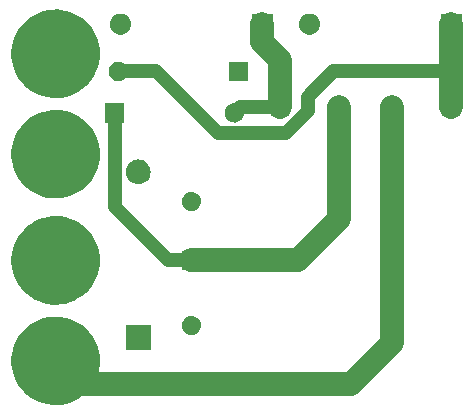
<source format=gbr>
%TF.GenerationSoftware,KiCad,Pcbnew,(5.99.0-8784-g9769da3804)*%
%TF.CreationDate,2021-02-02T16:43:26+01:00*%
%TF.ProjectId,SMPS Inline Filter with M3 holes - YGL92S-A,534d5053-2049-46e6-9c69-6e652046696c,rev?*%
%TF.SameCoordinates,Original*%
%TF.FileFunction,Copper,L1,Top*%
%TF.FilePolarity,Positive*%
%FSLAX46Y46*%
G04 Gerber Fmt 4.6, Leading zero omitted, Abs format (unit mm)*
G04 Created by KiCad (PCBNEW (5.99.0-8784-g9769da3804)) date 2021-02-02 16:43:26*
%MOMM*%
%LPD*%
G01*
G04 APERTURE LIST*
%TA.AperFunction,NonConductor*%
%ADD10C,0.000000*%
%TD*%
%TA.AperFunction,ViaPad*%
%ADD11C,0.889010*%
%TD*%
%TA.AperFunction,ViaPad*%
%ADD12C,1.193810*%
%TD*%
%TA.AperFunction,ViaPad*%
%ADD13C,0.812810*%
%TD*%
%TA.AperFunction,ViaPad*%
%ADD14C,1.397010*%
%TD*%
%TA.AperFunction,ViaPad*%
%ADD15C,2.387610*%
%TD*%
%TA.AperFunction,ViaPad*%
%ADD16C,0.787410*%
%TD*%
%TA.AperFunction,Conductor*%
%ADD17C,1.200000*%
%TD*%
%TA.AperFunction,Conductor*%
%ADD18C,2.000000*%
%TD*%
G04 APERTURE END LIST*
D10*
G36*
X145865345Y-109075000D02*
G01*
X144265345Y-109075000D01*
X144265345Y-107475000D01*
X145865345Y-107475000D01*
X145865345Y-109075000D01*
G37*
G36*
X145865345Y-119575000D02*
G01*
X144265345Y-119575000D01*
X144265345Y-117975000D01*
X145865345Y-117975000D01*
X145865345Y-119575000D01*
G37*
G36*
X148941785Y-94978380D02*
G01*
X149107795Y-95043440D01*
X149255965Y-95142630D01*
X149379385Y-95271330D01*
X149472275Y-95423520D01*
X149530335Y-95592110D01*
X149550825Y-95769240D01*
X149550845Y-95775000D01*
X149531585Y-95952260D01*
X149474715Y-96121260D01*
X149382885Y-96274100D01*
X149260365Y-96403650D01*
X149112895Y-96503870D01*
X148947335Y-96570090D01*
X148771425Y-96599210D01*
X148593365Y-96589880D01*
X148421455Y-96542530D01*
X148263735Y-96459370D01*
X148127545Y-96344280D01*
X148019245Y-96202630D01*
X147943885Y-96041030D01*
X147904985Y-95867020D01*
X147904365Y-95688710D01*
X147942045Y-95514430D01*
X148016275Y-95352310D01*
X148123585Y-95209910D01*
X148258965Y-95093870D01*
X148416105Y-95009610D01*
X148587675Y-94961060D01*
X148765675Y-94950490D01*
X148941785Y-94978380D01*
G37*
G36*
X141615345Y-115825000D02*
G01*
X139515345Y-115825000D01*
X139515345Y-113725000D01*
X141615345Y-113725000D01*
X141615345Y-115825000D01*
G37*
G36*
X157686545Y-94534860D02*
G01*
X157853565Y-94582590D01*
X158005125Y-94667470D01*
X158133095Y-94784930D01*
X158230605Y-94928690D01*
X158292425Y-95091020D01*
X158315255Y-95263220D01*
X158315345Y-95275000D01*
X158295225Y-95447540D01*
X158235965Y-95610820D01*
X158140715Y-95756090D01*
X158014615Y-95875550D01*
X157864405Y-95962800D01*
X157698155Y-96013150D01*
X157524785Y-96023900D01*
X157353585Y-95994490D01*
X157193755Y-95926470D01*
X157053845Y-95823520D01*
X156941375Y-95691130D01*
X156862385Y-95536430D01*
X156821095Y-95367700D01*
X156819735Y-95194000D01*
X156858365Y-95024640D01*
X156934925Y-94868720D01*
X157045295Y-94734590D01*
X157183565Y-94629440D01*
X157342315Y-94558930D01*
X157513025Y-94526830D01*
X157686545Y-94534860D01*
G37*
G36*
X134041835Y-95555400D02*
G01*
X134421665Y-95624080D01*
X134792415Y-95731440D01*
X135150165Y-95876350D01*
X135491125Y-96057260D01*
X135811685Y-96272260D01*
X136108445Y-96519070D01*
X136378265Y-96795080D01*
X136618275Y-97097360D01*
X136825955Y-97422720D01*
X136999075Y-97767700D01*
X137135835Y-98128640D01*
X137234755Y-98501730D01*
X137294805Y-98883020D01*
X137315335Y-99268460D01*
X137315345Y-99275000D01*
X137295485Y-99660470D01*
X137236095Y-100041860D01*
X137137825Y-100415120D01*
X137001705Y-100776310D01*
X136829175Y-101121590D01*
X136622075Y-101447300D01*
X136382585Y-101750010D01*
X136113245Y-102026490D01*
X135816925Y-102273820D01*
X135496735Y-102489380D01*
X135156095Y-102670880D01*
X134798595Y-102816410D01*
X134428035Y-102924420D01*
X134048325Y-102993770D01*
X133663505Y-103023710D01*
X133277645Y-103013950D01*
X132894835Y-102964570D01*
X132519125Y-102876100D01*
X132154505Y-102749480D01*
X131804825Y-102586050D01*
X131473805Y-102387550D01*
X131164935Y-102156060D01*
X130881495Y-101894060D01*
X130626495Y-101604300D01*
X130402625Y-101289870D01*
X130212265Y-100954100D01*
X130057425Y-100600530D01*
X129939755Y-100232920D01*
X129860495Y-99855160D01*
X129820485Y-99471260D01*
X129820145Y-99085280D01*
X129859485Y-98701300D01*
X129938095Y-98323410D01*
X130055125Y-97955590D01*
X130209345Y-97601760D01*
X130399115Y-97265650D01*
X130622435Y-96950830D01*
X130876935Y-96660630D01*
X131159905Y-96398130D01*
X131468375Y-96166110D01*
X131799055Y-95967020D01*
X132148445Y-95802990D01*
X132512845Y-95675730D01*
X132888395Y-95586610D01*
X133271125Y-95536560D01*
X133656965Y-95526120D01*
X134041835Y-95555400D01*
G37*
G36*
X155343465Y-87419050D02*
G01*
X155515345Y-87495580D01*
X155667565Y-87606170D01*
X155793465Y-87745990D01*
X155887535Y-87908940D01*
X155945675Y-88087880D01*
X155965345Y-88275000D01*
X155945675Y-88462120D01*
X155887535Y-88641060D01*
X155793465Y-88804010D01*
X155667565Y-88943830D01*
X155515345Y-89054420D01*
X155343465Y-89130950D01*
X155159425Y-89170070D01*
X154971265Y-89170070D01*
X154787225Y-89130950D01*
X154615345Y-89054420D01*
X154463125Y-88943830D01*
X154337225Y-88804010D01*
X154243155Y-88641060D01*
X154185015Y-88462120D01*
X154165345Y-88275000D01*
X154185015Y-88087880D01*
X154243155Y-87908940D01*
X154337225Y-87745990D01*
X154463125Y-87606170D01*
X154615345Y-87495580D01*
X154787225Y-87419050D01*
X154971265Y-87379930D01*
X155159425Y-87379930D01*
X155343465Y-87419050D01*
G37*
G36*
X162186545Y-94534860D02*
G01*
X162353565Y-94582590D01*
X162505125Y-94667470D01*
X162633095Y-94784930D01*
X162730605Y-94928690D01*
X162792425Y-95091020D01*
X162815255Y-95263220D01*
X162815345Y-95275000D01*
X162795225Y-95447540D01*
X162735965Y-95610820D01*
X162640715Y-95756090D01*
X162514615Y-95875550D01*
X162364405Y-95962800D01*
X162198155Y-96013150D01*
X162024785Y-96023900D01*
X161853585Y-95994490D01*
X161693755Y-95926470D01*
X161553845Y-95823520D01*
X161441375Y-95691130D01*
X161362385Y-95536430D01*
X161321095Y-95367700D01*
X161319735Y-95194000D01*
X161358365Y-95024640D01*
X161434925Y-94868720D01*
X161545295Y-94734590D01*
X161683565Y-94629440D01*
X161842315Y-94558930D01*
X162013025Y-94526830D01*
X162186545Y-94534860D01*
G37*
G36*
X153315345Y-96025000D02*
G01*
X151815345Y-96025000D01*
X151815345Y-94525000D01*
X153315345Y-94525000D01*
X153315345Y-96025000D01*
G37*
G36*
X167965345Y-89175000D02*
G01*
X166165345Y-89175000D01*
X166165345Y-87375000D01*
X167965345Y-87375000D01*
X167965345Y-89175000D01*
G37*
G36*
X134041835Y-87055400D02*
G01*
X134421665Y-87124080D01*
X134792415Y-87231440D01*
X135150165Y-87376350D01*
X135491125Y-87557260D01*
X135811685Y-87772260D01*
X136108445Y-88019070D01*
X136378265Y-88295080D01*
X136618275Y-88597360D01*
X136825955Y-88922720D01*
X136999075Y-89267700D01*
X137135835Y-89628640D01*
X137234755Y-90001730D01*
X137294805Y-90383020D01*
X137315335Y-90768460D01*
X137315345Y-90775000D01*
X137295485Y-91160470D01*
X137236095Y-91541860D01*
X137137825Y-91915120D01*
X137001705Y-92276310D01*
X136829175Y-92621590D01*
X136622075Y-92947300D01*
X136382585Y-93250010D01*
X136113245Y-93526490D01*
X135816925Y-93773820D01*
X135496735Y-93989380D01*
X135156095Y-94170880D01*
X134798595Y-94316410D01*
X134428035Y-94424420D01*
X134048325Y-94493770D01*
X133663505Y-94523710D01*
X133277645Y-94513950D01*
X132894835Y-94464570D01*
X132519125Y-94376100D01*
X132154505Y-94249480D01*
X131804825Y-94086050D01*
X131473805Y-93887550D01*
X131164935Y-93656060D01*
X130881495Y-93394060D01*
X130626495Y-93104300D01*
X130402625Y-92789870D01*
X130212265Y-92454100D01*
X130057425Y-92100530D01*
X129939755Y-91732920D01*
X129860495Y-91355160D01*
X129820485Y-90971260D01*
X129820145Y-90585280D01*
X129859485Y-90201300D01*
X129938095Y-89823410D01*
X130055125Y-89455590D01*
X130209345Y-89101760D01*
X130399115Y-88765650D01*
X130622435Y-88450830D01*
X130876935Y-88160630D01*
X131159905Y-87898130D01*
X131468375Y-87666110D01*
X131799055Y-87467020D01*
X132148445Y-87302990D01*
X132512845Y-87175730D01*
X132888395Y-87086610D01*
X133271125Y-87036560D01*
X133656965Y-87026120D01*
X134041835Y-87055400D01*
G37*
G36*
X145226205Y-102491340D02*
G01*
X145395825Y-102546450D01*
X145549025Y-102637780D01*
X145678185Y-102760770D01*
X145776875Y-102909320D01*
X145840215Y-103076050D01*
X145865035Y-103252660D01*
X145865345Y-103275000D01*
X145845465Y-103452240D01*
X145786815Y-103620670D01*
X145692295Y-103771920D01*
X145566625Y-103898470D01*
X145416045Y-103994040D01*
X145248025Y-104053860D01*
X145070935Y-104074980D01*
X144893555Y-104056340D01*
X144724725Y-103998860D01*
X144572815Y-103905410D01*
X144445385Y-103780620D01*
X144348775Y-103630710D01*
X144287775Y-103463110D01*
X144265425Y-103286170D01*
X144282825Y-103108670D01*
X144339125Y-102939440D01*
X144431515Y-102786880D01*
X144555405Y-102658590D01*
X144704645Y-102560930D01*
X144871805Y-102498760D01*
X145048595Y-102475180D01*
X145226205Y-102491340D01*
G37*
G36*
X134041835Y-113055400D02*
G01*
X134421665Y-113124080D01*
X134792415Y-113231440D01*
X135150165Y-113376350D01*
X135491125Y-113557260D01*
X135811685Y-113772260D01*
X136108445Y-114019070D01*
X136378265Y-114295080D01*
X136618275Y-114597360D01*
X136825955Y-114922720D01*
X136999075Y-115267700D01*
X137135835Y-115628640D01*
X137234755Y-116001730D01*
X137294805Y-116383020D01*
X137315335Y-116768460D01*
X137315345Y-116775000D01*
X137295485Y-117160470D01*
X137236095Y-117541860D01*
X137137825Y-117915120D01*
X137001705Y-118276310D01*
X136829175Y-118621590D01*
X136622075Y-118947300D01*
X136382585Y-119250010D01*
X136113245Y-119526490D01*
X135816925Y-119773820D01*
X135496735Y-119989380D01*
X135156095Y-120170880D01*
X134798595Y-120316410D01*
X134428035Y-120424420D01*
X134048325Y-120493770D01*
X133663505Y-120523710D01*
X133277645Y-120513950D01*
X132894835Y-120464570D01*
X132519125Y-120376100D01*
X132154505Y-120249480D01*
X131804825Y-120086050D01*
X131473805Y-119887550D01*
X131164935Y-119656060D01*
X130881495Y-119394060D01*
X130626495Y-119104300D01*
X130402625Y-118789870D01*
X130212265Y-118454100D01*
X130057425Y-118100530D01*
X129939755Y-117732920D01*
X129860495Y-117355160D01*
X129820485Y-116971260D01*
X129820145Y-116585280D01*
X129859485Y-116201300D01*
X129938095Y-115823410D01*
X130055125Y-115455590D01*
X130209345Y-115101760D01*
X130399115Y-114765650D01*
X130622435Y-114450830D01*
X130876935Y-114160630D01*
X131159905Y-113898130D01*
X131468375Y-113666110D01*
X131799055Y-113467020D01*
X132148445Y-113302990D01*
X132512845Y-113175730D01*
X132888395Y-113086610D01*
X133271125Y-113036560D01*
X133656965Y-113026120D01*
X134041835Y-113055400D01*
G37*
G36*
X139121785Y-91478380D02*
G01*
X139287795Y-91543440D01*
X139435965Y-91642630D01*
X139559385Y-91771330D01*
X139652275Y-91923520D01*
X139710335Y-92092110D01*
X139730825Y-92269240D01*
X139730845Y-92275000D01*
X139711585Y-92452260D01*
X139654715Y-92621260D01*
X139562885Y-92774100D01*
X139440365Y-92903650D01*
X139292895Y-93003870D01*
X139127335Y-93070090D01*
X138951425Y-93099210D01*
X138773365Y-93089880D01*
X138601455Y-93042530D01*
X138443735Y-92959370D01*
X138307545Y-92844280D01*
X138199245Y-92702630D01*
X138123885Y-92541030D01*
X138084985Y-92367020D01*
X138084365Y-92188710D01*
X138122045Y-92014430D01*
X138196275Y-91852310D01*
X138303585Y-91709910D01*
X138438965Y-91593870D01*
X138596105Y-91509610D01*
X138767675Y-91461060D01*
X138945675Y-91450490D01*
X139121785Y-91478380D01*
G37*
G36*
X151965345Y-89175000D02*
G01*
X150165345Y-89175000D01*
X150165345Y-87375000D01*
X151965345Y-87375000D01*
X151965345Y-89175000D01*
G37*
G36*
X139390845Y-96600500D02*
G01*
X137739845Y-96600500D01*
X137739845Y-94949500D01*
X139390845Y-94949500D01*
X139390845Y-96600500D01*
G37*
G36*
X134041835Y-104555400D02*
G01*
X134421665Y-104624080D01*
X134792415Y-104731440D01*
X135150165Y-104876350D01*
X135491125Y-105057260D01*
X135811685Y-105272260D01*
X136108445Y-105519070D01*
X136378265Y-105795080D01*
X136618275Y-106097360D01*
X136825955Y-106422720D01*
X136999075Y-106767700D01*
X137135835Y-107128640D01*
X137234755Y-107501730D01*
X137294805Y-107883020D01*
X137315335Y-108268460D01*
X137315345Y-108275000D01*
X137295485Y-108660470D01*
X137236095Y-109041860D01*
X137137825Y-109415120D01*
X137001705Y-109776310D01*
X136829175Y-110121590D01*
X136622075Y-110447300D01*
X136382585Y-110750010D01*
X136113245Y-111026490D01*
X135816925Y-111273820D01*
X135496735Y-111489380D01*
X135156095Y-111670880D01*
X134798595Y-111816410D01*
X134428035Y-111924420D01*
X134048325Y-111993770D01*
X133663505Y-112023710D01*
X133277645Y-112013950D01*
X132894835Y-111964570D01*
X132519125Y-111876100D01*
X132154505Y-111749480D01*
X131804825Y-111586050D01*
X131473805Y-111387550D01*
X131164935Y-111156060D01*
X130881495Y-110894060D01*
X130626495Y-110604300D01*
X130402625Y-110289870D01*
X130212265Y-109954100D01*
X130057425Y-109600530D01*
X129939755Y-109232920D01*
X129860495Y-108855160D01*
X129820485Y-108471260D01*
X129820145Y-108085280D01*
X129859485Y-107701300D01*
X129938095Y-107323410D01*
X130055125Y-106955590D01*
X130209345Y-106601760D01*
X130399115Y-106265650D01*
X130622435Y-105950830D01*
X130876935Y-105660630D01*
X131159905Y-105398130D01*
X131468375Y-105166110D01*
X131799055Y-104967020D01*
X132148445Y-104802990D01*
X132512845Y-104675730D01*
X132888395Y-104586610D01*
X133271125Y-104536560D01*
X133656965Y-104526120D01*
X134041835Y-104555400D01*
G37*
G36*
X149890845Y-93100500D02*
G01*
X148239845Y-93100500D01*
X148239845Y-91449500D01*
X149890845Y-91449500D01*
X149890845Y-93100500D01*
G37*
G36*
X145226205Y-112991340D02*
G01*
X145395825Y-113046450D01*
X145549025Y-113137780D01*
X145678185Y-113260770D01*
X145776875Y-113409320D01*
X145840215Y-113576050D01*
X145865035Y-113752660D01*
X145865345Y-113775000D01*
X145845465Y-113952240D01*
X145786815Y-114120670D01*
X145692295Y-114271920D01*
X145566625Y-114398470D01*
X145416045Y-114494040D01*
X145248025Y-114553860D01*
X145070935Y-114574980D01*
X144893555Y-114556340D01*
X144724725Y-114498860D01*
X144572815Y-114405410D01*
X144445385Y-114280620D01*
X144348775Y-114130710D01*
X144287775Y-113963110D01*
X144265425Y-113786170D01*
X144282825Y-113608670D01*
X144339125Y-113439440D01*
X144431515Y-113286880D01*
X144555405Y-113158590D01*
X144704645Y-113060930D01*
X144871805Y-112998760D01*
X145048595Y-112975180D01*
X145226205Y-112991340D01*
G37*
G36*
X140747675Y-99740950D02*
G01*
X140945055Y-99796060D01*
X141127965Y-99888460D01*
X141289445Y-100014620D01*
X141423345Y-100169750D01*
X141524565Y-100347930D01*
X141589255Y-100542370D01*
X141614935Y-100745680D01*
X141615345Y-100775000D01*
X141595345Y-100978950D01*
X141536115Y-101175120D01*
X141439915Y-101356060D01*
X141310395Y-101514870D01*
X141152495Y-101645490D01*
X140972235Y-101742960D01*
X140776475Y-101803550D01*
X140572675Y-101824970D01*
X140368595Y-101806400D01*
X140172005Y-101748540D01*
X139990405Y-101653600D01*
X139830695Y-101525200D01*
X139698975Y-101368220D01*
X139600255Y-101188640D01*
X139538295Y-100993310D01*
X139515445Y-100789660D01*
X139532595Y-100585450D01*
X139589075Y-100388470D01*
X139682755Y-100206210D01*
X139810035Y-100045610D01*
X139966095Y-99912790D01*
X140144975Y-99812820D01*
X140339875Y-99749490D01*
X140543355Y-99725230D01*
X140747675Y-99740950D01*
G37*
G36*
X139343465Y-87419050D02*
G01*
X139515345Y-87495580D01*
X139667565Y-87606170D01*
X139793465Y-87745990D01*
X139887535Y-87908940D01*
X139945675Y-88087880D01*
X139965345Y-88275000D01*
X139945675Y-88462120D01*
X139887535Y-88641060D01*
X139793465Y-88804010D01*
X139667565Y-88943830D01*
X139515345Y-89054420D01*
X139343465Y-89130950D01*
X139159425Y-89170070D01*
X138971265Y-89170070D01*
X138787225Y-89130950D01*
X138615345Y-89054420D01*
X138463125Y-88943830D01*
X138337225Y-88804010D01*
X138243155Y-88641060D01*
X138185015Y-88462120D01*
X138165345Y-88275000D01*
X138185015Y-88087880D01*
X138243155Y-87908940D01*
X138337225Y-87745990D01*
X138463125Y-87606170D01*
X138615345Y-87495580D01*
X138787225Y-87419050D01*
X138971265Y-87379930D01*
X139159425Y-87379930D01*
X139343465Y-87419050D01*
G37*
G36*
X167815345Y-96025000D02*
G01*
X166315345Y-96025000D01*
X166315345Y-94525000D01*
X167815345Y-94525000D01*
X167815345Y-96025000D01*
G37*
D11*
%TO.N,*%
X167066185Y-95274120D03*
D12*
X139065225Y-88273880D03*
X167066185Y-88273880D03*
D13*
X148724845Y-95774500D03*
D14*
X140566365Y-114776240D03*
D12*
X155064685Y-88273880D03*
D11*
X162064925Y-95274120D03*
D12*
X151064185Y-88273880D03*
D15*
X133566125Y-108273840D03*
D16*
X145064705Y-103275120D03*
D15*
X133566125Y-99274620D03*
D14*
X140566365Y-100775760D03*
D15*
X133566125Y-116775220D03*
D11*
X157566585Y-95274120D03*
D16*
X145064705Y-113775480D03*
D13*
X138905205Y-92274380D03*
D16*
X145064705Y-118774200D03*
D11*
X152565325Y-95274120D03*
D16*
X145064705Y-108273840D03*
D13*
X138564845Y-95774500D03*
X149065205Y-92274380D03*
D15*
X133566125Y-90775780D03*
%TD*%
D17*
%TO.N,*%
X154933695Y-94406650D02*
X157065345Y-92275000D01*
X167065345Y-92275000D02*
X166065345Y-92275000D01*
X159565345Y-92275000D02*
X167065345Y-92275000D01*
X153094545Y-97482500D02*
X154933695Y-95643350D01*
X154933695Y-95643350D02*
X154933695Y-94406650D01*
D18*
X154065345Y-108275000D02*
X145065345Y-108275000D01*
X157565345Y-95275000D02*
X157565345Y-104775000D01*
X152565345Y-95275000D02*
X152565345Y-91275000D01*
D17*
X152565345Y-95275000D02*
X149225345Y-95275000D01*
D18*
X167065345Y-92275000D02*
X167065345Y-95275000D01*
D17*
X138905345Y-92275000D02*
X142071745Y-92275000D01*
D18*
X158565345Y-118775000D02*
X162065345Y-115275000D01*
X162065345Y-115275000D02*
X162065345Y-95275000D01*
X157565345Y-104775000D02*
X154065345Y-108275000D01*
D17*
X157065345Y-92275000D02*
X159565345Y-92275000D01*
D18*
X167065345Y-88275000D02*
X167065345Y-92275000D01*
D17*
X166065345Y-92275000D02*
X167065345Y-92275000D01*
X142071745Y-92275000D02*
X147279245Y-97482500D01*
D18*
X145065345Y-118775000D02*
X135565345Y-118775000D01*
D17*
X149225345Y-95275000D02*
X148725345Y-95775000D01*
D18*
X145065345Y-118775000D02*
X158565345Y-118775000D01*
X151065345Y-89775000D02*
X151065345Y-88275000D01*
D17*
X147279245Y-97482500D02*
X153094545Y-97482500D01*
X138565345Y-95775000D02*
X138565345Y-103775000D01*
X143065345Y-108275000D02*
X145065345Y-108275000D01*
D18*
X152565345Y-91275000D02*
X151065345Y-89775000D01*
D17*
X138565345Y-103775000D02*
X143065345Y-108275000D01*
D18*
X135565345Y-118775000D02*
X133565345Y-116775000D01*
%TD*%
M02*

</source>
